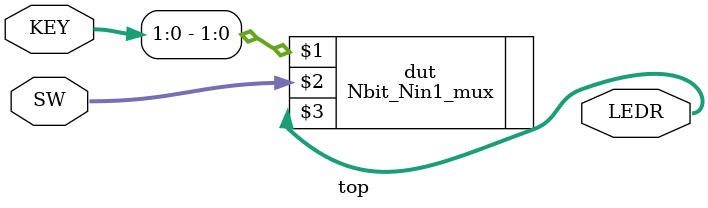
<source format=v>
module top (SW, KEY, LEDR);

    input wire [9:0] SW;        // DE-series switches
    input wire [3:0] KEY;       // DE-series pushbuttons

    output wire [9:0] LEDR;     // DE-series LEDs   

    Nbit_Nin1_mux dut (KEY[1:0], SW, LEDR);
 
endmodule


</source>
